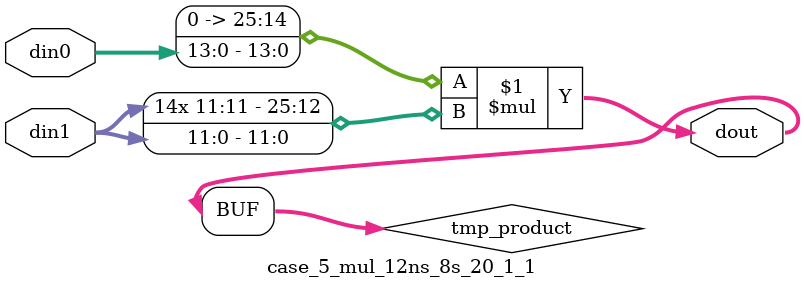
<source format=v>

`timescale 1 ns / 1 ps

 (* use_dsp = "no" *)  module case_5_mul_12ns_8s_20_1_1(din0, din1, dout);
parameter ID = 1;
parameter NUM_STAGE = 0;
parameter din0_WIDTH = 14;
parameter din1_WIDTH = 12;
parameter dout_WIDTH = 26;

input [din0_WIDTH - 1 : 0] din0; 
input [din1_WIDTH - 1 : 0] din1; 
output [dout_WIDTH - 1 : 0] dout;

wire signed [dout_WIDTH - 1 : 0] tmp_product;

























assign tmp_product = $signed({1'b0, din0}) * $signed(din1);










assign dout = tmp_product;





















endmodule

</source>
